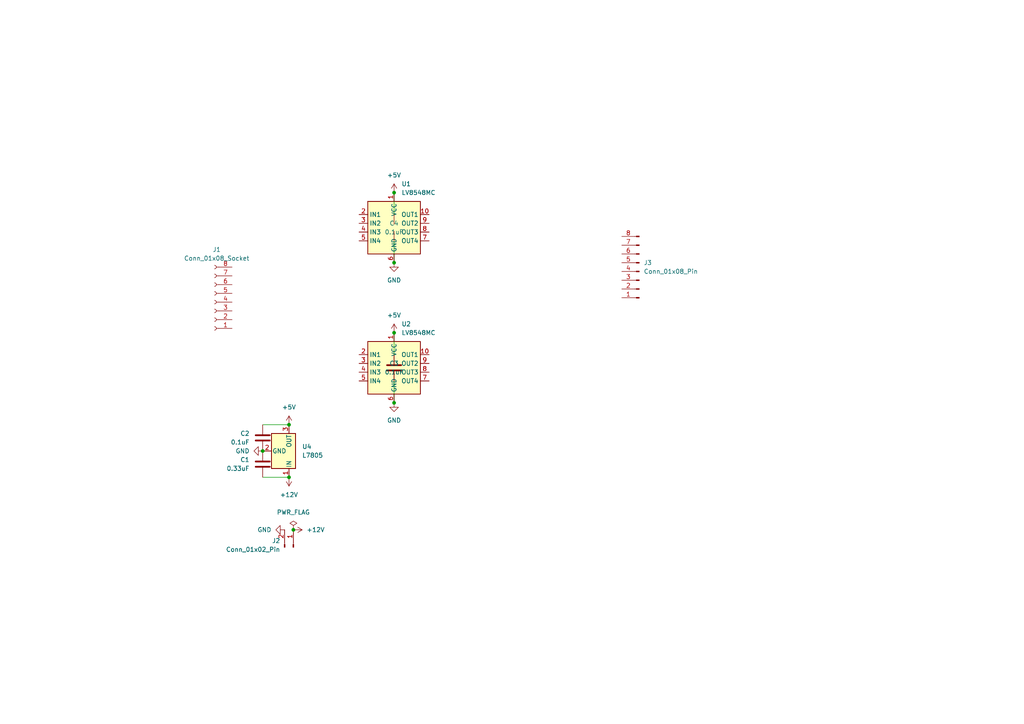
<source format=kicad_sch>
(kicad_sch (version 20250114) (generator "eeschema") (generator_version "9.0")
  (paper "A4")
  (lib_symbols
    (symbol "Connector:Conn_01x02_Pin" (pin_names (offset 1.016) (hide yes))
      (property "Reference" "J" (at 0 2.54 0))
      (property "Value" "Conn_01x02_Pin" (at 0 -5.08 0))
      (symbol "Conn_01x02_Pin_1_1"
        (rectangle (start 0.8636 0.127) (end 0 -0.127) (stroke (width 0.1524)) (fill (type outline)))
        (rectangle (start 0.8636 -2.413) (end 0 -2.667) (stroke (width 0.1524)) (fill (type outline)))
        (polyline (pts (xy 1.27 0) (xy 0.8636 0)) (stroke (width 0.1524)))
        (polyline (pts (xy 1.27 -2.54) (xy 0.8636 -2.54)) (stroke (width 0.1524)))
        (pin passive line (at 5.08 0 180) (length 3.81) (name "Pin_1") (number "1"))
        (pin passive line (at 5.08 -2.54 180) (length 3.81) (name "Pin_2") (number "2"))
      )
    )
    (symbol "Connector:Conn_01x08_Pin" (pin_names (offset 1.016) (hide yes))
      (property "Reference" "J" (at 0 10.16 0))
      (property "Value" "Conn_01x08_Pin" (at 0 -12.7 0))
      (symbol "Conn_01x08_Pin_1_1"
        (rectangle (start 0.8636 7.747) (end 0 7.493) (stroke (width 0.1524)) (fill (type outline)))
        (rectangle (start 0.8636 5.207) (end 0 4.953) (stroke (width 0.1524)) (fill (type outline)))
        (rectangle (start 0.8636 2.667) (end 0 2.413) (stroke (width 0.1524)) (fill (type outline)))
        (rectangle (start 0.8636 0.127) (end 0 -0.127) (stroke (width 0.1524)) (fill (type outline)))
        (rectangle (start 0.8636 -2.413) (end 0 -2.667) (stroke (width 0.1524)) (fill (type outline)))
        (rectangle (start 0.8636 -4.953) (end 0 -5.207) (stroke (width 0.1524)) (fill (type outline)))
        (rectangle (start 0.8636 -7.493) (end 0 -7.747) (stroke (width 0.1524)) (fill (type outline)))
        (rectangle (start 0.8636 -10.033) (end 0 -10.287) (stroke (width 0.1524)) (fill (type outline)))
        (polyline (pts (xy 1.27 7.62) (xy 0.8636 7.62)) (stroke (width 0.1524)))
        (polyline (pts (xy 1.27 5.08) (xy 0.8636 5.08)) (stroke (width 0.1524)))
        (polyline (pts (xy 1.27 2.54) (xy 0.8636 2.54)) (stroke (width 0.1524)))
        (polyline (pts (xy 1.27 0) (xy 0.8636 0)) (stroke (width 0.1524)))
        (polyline (pts (xy 1.27 -2.54) (xy 0.8636 -2.54)) (stroke (width 0.1524)))
        (polyline (pts (xy 1.27 -5.08) (xy 0.8636 -5.08)) (stroke (width 0.1524)))
        (polyline (pts (xy 1.27 -7.62) (xy 0.8636 -7.62)) (stroke (width 0.1524)))
        (polyline (pts (xy 1.27 -10.16) (xy 0.8636 -10.16)) (stroke (width 0.1524)))
        (pin passive line (at 5.08 7.62 180) (length 3.81) (name "Pin_1") (number "1"))
        (pin passive line (at 5.08 5.08 180) (length 3.81) (name "Pin_2") (number "2"))
        (pin passive line (at 5.08 2.54 180) (length 3.81) (name "Pin_3") (number "3"))
        (pin passive line (at 5.08 0 180) (length 3.81) (name "Pin_4") (number "4"))
        (pin passive line (at 5.08 -2.54 180) (length 3.81) (name "Pin_5") (number "5"))
        (pin passive line (at 5.08 -5.08 180) (length 3.81) (name "Pin_6") (number "6"))
        (pin passive line (at 5.08 -7.62 180) (length 3.81) (name "Pin_7") (number "7"))
        (pin passive line (at 5.08 -10.16 180) (length 3.81) (name "Pin_8") (number "8"))
      )
    )
    (symbol "Connector:Conn_01x08_Socket" (pin_names (offset 1.016) (hide yes))
      (property "Reference" "J" (at 0 10.16 0))
      (property "Value" "Conn_01x08_Socket" (at 0 -12.7 0))
      (symbol "Conn_01x08_Socket_1_1"
        (polyline (pts (xy -1.27 7.62) (xy -0.508 7.62)) (stroke (width 0.1524)))
        (polyline (pts (xy -1.27 5.08) (xy -0.508 5.08)) (stroke (width 0.1524)))
        (polyline (pts (xy -1.27 2.54) (xy -0.508 2.54)) (stroke (width 0.1524)))
        (polyline (pts (xy -1.27 0) (xy -0.508 0)) (stroke (width 0.1524)))
        (polyline (pts (xy -1.27 -2.54) (xy -0.508 -2.54)) (stroke (width 0.1524)))
        (polyline (pts (xy -1.27 -5.08) (xy -0.508 -5.08)) (stroke (width 0.1524)))
        (polyline (pts (xy -1.27 -7.62) (xy -0.508 -7.62)) (stroke (width 0.1524)))
        (polyline (pts (xy -1.27 -10.16) (xy -0.508 -10.16)) (stroke (width 0.1524)))
        (arc (start 0 7.112) (mid -0.5058 7.62) (end 0 8.128) (stroke (width 0.1524)))
        (arc (start 0 4.572) (mid -0.5058 5.08) (end 0 5.588) (stroke (width 0.1524)))
        (arc (start 0 2.032) (mid -0.5058 2.54) (end 0 3.048) (stroke (width 0.1524)))
        (arc (start 0 -0.508) (mid -0.5058 0) (end 0 0.508) (stroke (width 0.1524)))
        (arc (start 0 -3.048) (mid -0.5058 -2.54) (end 0 -2.032) (stroke (width 0.1524)))
        (arc (start 0 -5.588) (mid -0.5058 -5.08) (end 0 -4.572) (stroke (width 0.1524)))
        (arc (start 0 -8.128) (mid -0.5058 -7.62) (end 0 -7.112) (stroke (width 0.1524)))
        (arc (start 0 -10.668) (mid -0.5058 -10.16) (end 0 -9.652) (stroke (width 0.1524)))
        (pin passive line (at -5.08 7.62 0) (length 3.81) (name "Pin_1") (number "1"))
        (pin passive line (at -5.08 5.08 0) (length 3.81) (name "Pin_2") (number "2"))
        (pin passive line (at -5.08 2.54 0) (length 3.81) (name "Pin_3") (number "3"))
        (pin passive line (at -5.08 0 0) (length 3.81) (name "Pin_4") (number "4"))
        (pin passive line (at -5.08 -2.54 0) (length 3.81) (name "Pin_5") (number "5"))
        (pin passive line (at -5.08 -5.08 0) (length 3.81) (name "Pin_6") (number "6"))
        (pin passive line (at -5.08 -7.62 0) (length 3.81) (name "Pin_7") (number "7"))
        (pin passive line (at -5.08 -10.16 0) (length 3.81) (name "Pin_8") (number "8"))
      )
    )
    (symbol "Device:C" (pin_numbers (hide yes)) (pin_names (offset 0.254))
      (property "Reference" "C" (at 0.635 2.54 0))
      (property "Value" "C" (at 0.635 -2.54 0))
      (symbol "C_0_1"
        (polyline (pts (xy -2.032 0.762) (xy 2.032 0.762)) (stroke (width 0.508)))
        (polyline (pts (xy -2.032 -0.762) (xy 2.032 -0.762)) (stroke (width 0.508)))
      )
      (symbol "C_1_1"
        (pin passive line (at 0 3.81 270) (length 2.794) (name "~") (number "1"))
        (pin passive line (at 0 -3.81 90) (length 2.794) (name "~") (number "2"))
      )
    )
    (symbol "LV8548MC:LV8548MC"
      (property "Reference" "U" (at 1.27 11.43 0))
      (property "Value" "LV8548MC" (at 1.27 8.89 0))
      (symbol "LV8548MC_0_0"
        (pin input line (at -10.16 3.81 0) (length 2.54) (name "IN1") (number "2"))
        (pin input line (at -10.16 1.27 0) (length 2.54) (name "IN2") (number "3"))
        (pin input line (at -10.16 -1.27 0) (length 2.54) (name "IN3") (number "4"))
        (pin input line (at -10.16 -3.81 0) (length 2.54) (name "IN4") (number "5"))
        (pin power_in line (at 0 10.16 270) (length 2.54) (name "VCC") (number "1"))
        (pin power_in line (at 0 -10.16 90) (length 2.54) (name "GND") (number "6"))
        (pin output line (at 10.16 3.81 180) (length 2.54) (name "OUT1") (number "10"))
        (pin output line (at 10.16 1.27 180) (length 2.54) (name "OUT2") (number "9"))
        (pin output line (at 10.16 -1.27 180) (length 2.54) (name "OUT3") (number "8"))
        (pin output line (at 10.16 -3.81 180) (length 2.54) (name "OUT4") (number "7"))
      )
      (symbol "LV8548MC_0_1"
        (rectangle (start -7.62 7.62) (end 7.62 -7.62) (stroke (width 0.254)) (fill (type background)))
      )
    )
    (symbol "Regulator_Linear:L7805" (pin_names (offset 0.254))
      (property "Reference" "U" (at -3.81 3.175 0))
      (property "Value" "L7805" (at 0 3.175 0))
      (symbol "L7805_0_1"
        (rectangle (start -5.08 1.905) (end 5.08 -5.08) (stroke (width 0.254)) (fill (type background)))
      )
      (symbol "L7805_1_1"
        (pin power_in line (at -7.62 0 0) (length 2.54) (name "IN") (number "1"))
        (pin power_in line (at 0 -7.62 90) (length 2.54) (name "GND") (number "2"))
        (pin power_out line (at 7.62 0 180) (length 2.54) (name "OUT") (number "3"))
      )
    )
    (symbol "power:+12V" (power) (pin_numbers (hide yes)) (pin_names (offset 0) (hide yes))
      (property "Value" "+12V" (at 0 3.556 0))
      (symbol "+12V_0_1"
        (polyline (pts (xy -0.762 1.27) (xy 0 2.54)))
        (polyline (pts (xy 0 2.54) (xy 0.762 1.27)))
        (polyline (pts (xy 0 0) (xy 0 2.54)))
      )
      (symbol "+12V_1_1"
        (pin power_in line (at 0 0 90) (length 0) (name "~") (number "1"))
      )
    )
    (symbol "power:+5V" (power) (pin_numbers (hide yes)) (pin_names (offset 0) (hide yes))
      (property "Value" "+5V" (at 0 3.556 0))
      (symbol "+5V_0_1"
        (polyline (pts (xy -0.762 1.27) (xy 0 2.54)))
        (polyline (pts (xy 0 2.54) (xy 0.762 1.27)))
        (polyline (pts (xy 0 0) (xy 0 2.54)))
      )
      (symbol "+5V_1_1"
        (pin power_in line (at 0 0 90) (length 0) (name "~") (number "1"))
      )
    )
    (symbol "power:GND" (power) (pin_numbers (hide yes)) (pin_names (offset 0) (hide yes))
      (property "Value" "GND" (at 0 -3.81 0))
      (symbol "GND_0_1"
        (polyline (pts (xy 0 0) (xy 0 -1.27) (xy 1.27 -1.27) (xy 0 -2.54) (xy -1.27 -1.27) (xy 0 -1.27)))
      )
      (symbol "GND_1_1"
        (pin power_in line (at 0 0 270) (length 0) (name "~") (number "1"))
      )
    )
    (symbol "power:PWR_FLAG" (power) (pin_numbers (hide yes)) (pin_names (offset 0) (hide yes))
      (property "Value" "PWR_FLAG" (at 0 3.81 0))
      (symbol "PWR_FLAG_0_0"
        (pin power_out line (at 0 0 90) (length 0) (name "~") (number "1"))
      )
      (symbol "PWR_FLAG_0_1"
        (polyline (pts (xy 0 0) (xy 0 1.27) (xy -1.016 1.905) (xy 0 2.54) (xy 1.016 1.905) (xy 0 1.27)))
      )
    )
  )
  (junction (at 114.3 116.84))
  (junction (at 76.2 130.81))
  (junction (at 114.3 96.52))
  (junction (at 85.09 153.67))
  (junction (at 114.3 76.2))
  (junction (at 83.82 123.19))
  (junction (at 83.82 138.43))
  (junction (at 114.3 55.88))
  (wire (pts (xy 114.3 110.49) (xy 114.3 116.84)))
  (wire (pts (xy 114.3 69.85) (xy 114.3 76.2)))
  (wire (pts (xy 76.2 138.43) (xy 83.82 138.43)))
  (wire (pts (xy 114.3 96.52) (xy 114.3 102.87)))
  (wire (pts (xy 114.3 55.88) (xy 114.3 62.23)))
  (wire (pts (xy 76.2 123.19) (xy 83.82 123.19)))
  (symbol (lib_id "Device:C") (at 76.2 134.62 0) (mirror x) (unit 1)
    (property "Reference" "C1" (at 72.39 133.3499 0) (effects (justify right)))
    (property "Value" "0.33uF" (at 72.39 135.8899 0) (effects (justify right)))
    (property "Footprint" "Capacitor_SMD:C_0603_1608Metric_Pad1.08x0.95mm_HandSolder" (effects (hide yes)))
    (property "Description" "Unpolarized capacitor" (effects (hide yes)))
  )
  (symbol (lib_id "power:GND") (at 114.3 76.2 0) (unit 1)
    (property "Reference" "#PWR010" (effects (hide yes)))
    (property "Value" "GND" (at 114.3 81.28 0))
    (property "Description" "Power symbol creates a global label with name \"GND\" , ground" (effects (hide yes)))
  )
  (symbol (lib_id "Device:C") (at 114.3 66.04 0) (mirror y) (unit 1)
    (property "Reference" "C4" (at 114.3 64.77 0))
    (property "Value" "0.1uF" (at 114.3 67.31 0))
    (property "Footprint" "Capacitor_SMD:C_0603_1608Metric_Pad1.08x0.95mm_HandSolder" (effects (hide yes)))
    (property "Description" "Unpolarized capacitor" (effects (hide yes)))
  )
  (symbol (lib_id "power:+5V") (at 114.3 96.52 0) (unit 1)
    (property "Reference" "#PWR08" (effects (hide yes)))
    (property "Value" "+5V" (at 114.3 91.44 0))
    (property "Description" "Power symbol creates a global label with name \"+5V\"" (effects (hide yes)))
  )
  (symbol (lib_id "Connector:Conn_01x08_Pin") (at 185.42 78.74 180) (unit 1)
    (property "Reference" "J3" (at 186.69 76.1999 0) (effects (justify right)))
    (property "Value" "Conn_01x08_Pin" (at 186.69 78.7399 0) (effects (justify right)))
    (property "Footprint" "Connector_PinHeader_2.54mm:PinHeader_1x08_P2.54mm_Horizontal" (effects (hide yes)))
    (property "Description" "Generic connector, single row, 01x08, script generated" (effects (hide yes)))
  )
  (symbol (lib_id "LV8548MC:LV8548MC") (at 114.3 66.04 0) (unit 1)
    (property "Reference" "U1" (at 116.4433 53.34 0) (effects (justify left)))
    (property "Value" "LV8548MC" (at 116.4433 55.88 0) (effects (justify left)))
    (property "Footprint" "Package_SO:SOIC-10_3.9x4.9mm_P1mm" (effects (hide yes)))
    (property "Datasheet" "https://akizukidenshi.com/goodsaffix/lv8548mc.pdf" (effects (hide yes)))
  )
  (symbol (lib_id "Device:C") (at 114.3 106.68 0) (mirror y) (unit 1)
    (property "Reference" "C3" (at 114.3 105.41 0))
    (property "Value" "0.1uF" (at 114.3 107.95 0))
    (property "Footprint" "Capacitor_SMD:C_0603_1608Metric_Pad1.08x0.95mm_HandSolder" (effects (hide yes)))
    (property "Description" "Unpolarized capacitor" (effects (hide yes)))
  )
  (symbol (lib_id "power:+5V") (at 83.82 123.19 0) (unit 1)
    (property "Reference" "#PWR04" (effects (hide yes)))
    (property "Value" "+5V" (at 83.82 118.11 0))
    (property "Description" "Power symbol creates a global label with name \"+5V\"" (effects (hide yes)))
  )
  (symbol (lib_id "power:+12V") (at 85.09 153.67 270) (unit 1)
    (property "Reference" "#PWR07" (effects (hide yes)))
    (property "Value" "+12V" (at 88.9 153.6699 90) (effects (justify left)))
    (property "Description" "Power symbol creates a global label with name \"+12V\"" (effects (hide yes)))
  )
  (symbol (lib_id "power:GND") (at 82.55 153.67 270) (unit 1)
    (property "Reference" "#PWR06" (effects (hide yes)))
    (property "Value" "GND" (at 78.74 153.6699 90) (effects (justify right)))
    (property "Description" "Power symbol creates a global label with name \"GND\" , ground" (effects (hide yes)))
  )
  (symbol (lib_id "power:+12V") (at 83.82 138.43 180) (unit 1)
    (property "Reference" "#PWR05" (effects (hide yes)))
    (property "Value" "+12V" (at 83.82 143.51 0))
    (property "Description" "Power symbol creates a global label with name \"+12V\"" (effects (hide yes)))
  )
  (symbol (lib_id "Device:C") (at 76.2 127 0) (mirror y) (unit 1)
    (property "Reference" "C2" (at 72.39 125.7299 0) (effects (justify left)))
    (property "Value" "0.1uF" (at 72.39 128.2699 0) (effects (justify left)))
    (property "Footprint" "Capacitor_SMD:C_0603_1608Metric_Pad1.08x0.95mm_HandSolder" (effects (hide yes)))
    (property "Description" "Unpolarized capacitor" (effects (hide yes)))
  )
  (symbol (lib_id "power:PWR_FLAG") (at 85.09 153.67 0) (unit 1)
    (property "Reference" "#FLG01" (effects (hide yes)))
    (property "Value" "PWR_FLAG" (at 85.09 148.59 0))
    (property "Description" "Special symbol for telling ERC where power comes from" (effects (hide yes)))
  )
  (symbol (lib_id "power:+5V") (at 114.3 55.88 0) (unit 1)
    (property "Reference" "#PWR09" (effects (hide yes)))
    (property "Value" "+5V" (at 114.3 50.8 0))
    (property "Description" "Power symbol creates a global label with name \"+5V\"" (effects (hide yes)))
  )
  (symbol (lib_id "power:GND") (at 114.3 116.84 0) (unit 1)
    (property "Reference" "#PWR011" (effects (hide yes)))
    (property "Value" "GND" (at 114.3 121.92 0))
    (property "Description" "Power symbol creates a global label with name \"GND\" , ground" (effects (hide yes)))
  )
  (symbol (lib_id "Connector:Conn_01x08_Socket") (at 62.23 87.63 180) (unit 1)
    (property "Reference" "J1" (at 62.865 72.39 0))
    (property "Value" "Conn_01x08_Socket" (at 62.865 74.93 0))
    (property "Footprint" "Connector_PinSocket_2.54mm:PinSocket_1x08_P2.54mm_Horizontal" (effects (hide yes)))
    (property "Description" "Generic connector, single row, 01x08, script generated" (effects (hide yes)))
  )
  (symbol (lib_id "Connector:Conn_01x02_Pin") (at 85.09 158.75 270) (mirror x) (unit 1)
    (property "Reference" "J2" (at 81.28 156.8449 90) (effects (justify right)))
    (property "Value" "Conn_01x02_Pin" (at 81.28 159.3849 90) (effects (justify right)))
    (property "Footprint" "Connector_PinHeader_2.54mm:PinHeader_1x02_P2.54mm_Horizontal" (effects (hide yes)))
    (property "Description" "Generic connector, single row, 01x02, script generated" (effects (hide yes)))
  )
  (symbol (lib_id "LV8548MC:LV8548MC") (at 114.3 106.68 0) (unit 1)
    (property "Reference" "U2" (at 116.4433 93.98 0) (effects (justify left)))
    (property "Value" "LV8548MC" (at 116.4433 96.52 0) (effects (justify left)))
    (property "Footprint" "Package_SO:SOIC-10_3.9x4.9mm_P1mm" (effects (hide yes)))
    (property "Datasheet" "https://akizukidenshi.com/goodsaffix/lv8548mc.pdf" (effects (hide yes)))
  )
  (symbol (lib_id "power:GND") (at 76.2 130.81 270) (unit 1)
    (property "Reference" "#PWR03" (effects (hide yes)))
    (property "Value" "GND" (at 72.39 130.8099 90) (effects (justify right)))
    (property "Description" "Power symbol creates a global label with name \"GND\" , ground" (effects (hide yes)))
  )
  (symbol (lib_id "Regulator_Linear:L7805") (at 83.82 130.81 270) (mirror x) (unit 1)
    (property "Reference" "U4" (at 87.63 129.5399 90) (effects (justify left)))
    (property "Value" "L7805" (at 87.63 132.0799 90) (effects (justify left)))
    (property "Footprint" "Package_TO_SOT_THT:TO-220-3_Horizontal_TabUp" (effects (hide yes)))
    (property "Datasheet" "http://www.st.com/content/ccc/resource/technical/document/datasheet/41/4f/b3/b0/12/d4/47/88/CD00000444.pdf/files/CD00000444.pdf/jcr:content/translations/en.CD00000444.pdf" (effects (hide yes)))
    (property "Description" "Positive 1.5A 35V Linear Regulator, Fixed Output 5V, TO-220/TO-263/TO-252" (effects (hide yes)))
  )
)
</source>
